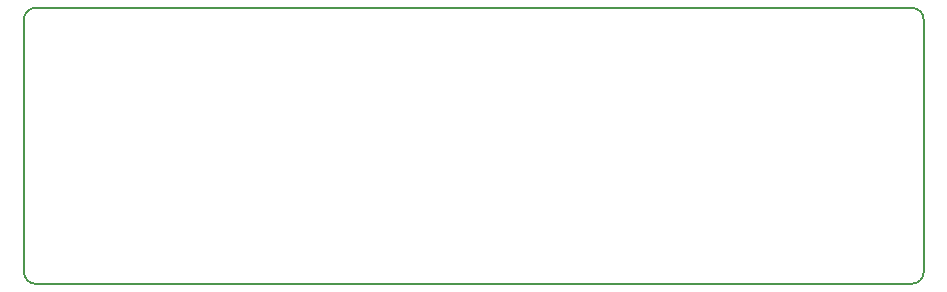
<source format=gm1>
G04 #@! TF.GenerationSoftware,KiCad,Pcbnew,5.1.3-ffb9f22~84~ubuntu18.04.1*
G04 #@! TF.CreationDate,2019-07-27T17:07:59-05:00*
G04 #@! TF.ProjectId,2055-LPC51U68JBD64-breakout,32303535-2d4c-4504-9335-315536384a42,rev?*
G04 #@! TF.SameCoordinates,Original*
G04 #@! TF.FileFunction,Profile,NP*
%FSLAX46Y46*%
G04 Gerber Fmt 4.6, Leading zero omitted, Abs format (unit mm)*
G04 Created by KiCad (PCBNEW 5.1.3-ffb9f22~84~ubuntu18.04.1) date 2019-07-27 17:07:59*
%MOMM*%
%LPD*%
G04 APERTURE LIST*
%ADD10C,0.203200*%
G04 APERTURE END LIST*
D10*
X188620400Y-111760000D02*
G75*
G02X187604400Y-112776000I-1016000J0D01*
G01*
X187604400Y-89408000D02*
G75*
G02X188620400Y-90424000I0J-1016000D01*
G01*
X112420400Y-90424000D02*
G75*
G02X113436400Y-89408000I1016000J0D01*
G01*
X113436400Y-112776000D02*
G75*
G02X112420400Y-111760000I0J1016000D01*
G01*
X112420400Y-111760000D02*
X112420400Y-90424000D01*
X187604400Y-112776000D02*
X113436400Y-112776000D01*
X188620400Y-90424000D02*
X188620400Y-111760000D01*
X113436400Y-89408000D02*
X187604400Y-89408000D01*
M02*

</source>
